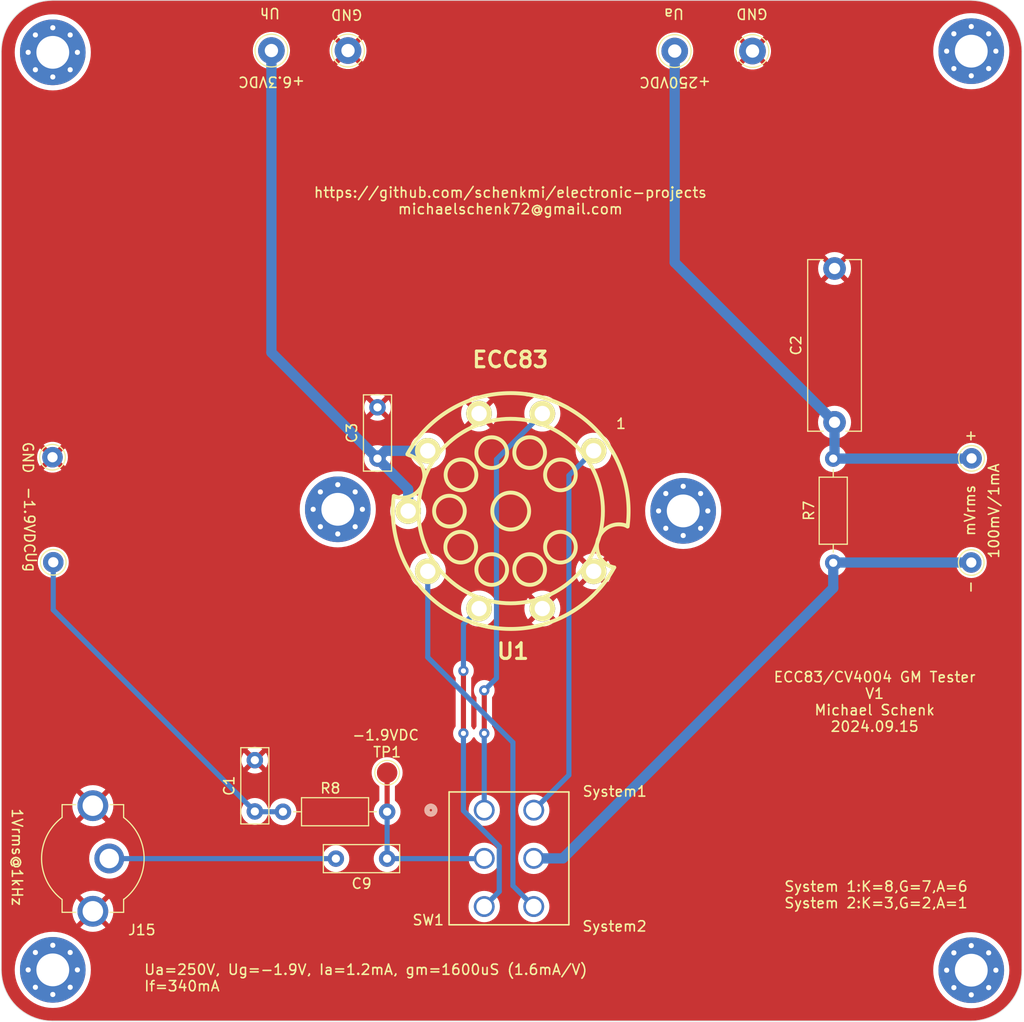
<source format=kicad_pcb>
(kicad_pcb (version 20240108) (generator "pcbnew") (generator_version "8.0")
  (layers (0 "F.Cu" signal) (31 "B.Cu" signal) (34 "B.Paste" user) (35 "F.Paste" user) (36 "B.SilkS" user "B.Silkscreen") (37 "F.SilkS" user "F.Silkscreen") (38 "B.Mask" user) (39 "F.Mask" user) (44 "Edge.Cuts" user))
  (net 0 "")
  (net 1 "VDDA")
  (net 2 "Net-(C9-Pad1)")
  (net 3 "FVCC")
  (net 4 "Net-(J15-In)")
  (net 5 "FGND")
  (net 6 "Net-(J18-Pin_1)")
  (net 7 "Net-(J17-Pin_1)")
  (net 8 "Net-(U1A-G)")
  (net 9 "Net-(U1B-A)")
  (net 10 "Net-(U1A-A)")
  (net 11 "Net-(U1B-G)")
  (footprint "MountingHole:MountingHole_3.2mm_M3_Pad_Via" (layer "F.Cu") (at 50.753944 52.832)
    (property "Reference" "H1" (hide yes))
    (property "Value" "MountingHole")
    (pad "1" thru_hole circle (at -2.4 0) (size 0.8 0.8) (drill 0.5) (layers "*.Cu" "*.Mask"))
    (pad "1" thru_hole circle (at -1.697056 -1.697056) (size 0.8 0.8) (drill 0.5) (layers "*.Cu" "*.Mask"))
    (pad "1" thru_hole circle (at -1.697056 1.697056) (size 0.8 0.8) (drill 0.5) (layers "*.Cu" "*.Mask"))
    (pad "1" thru_hole circle (at 0 -2.4) (size 0.8 0.8) (drill 0.5) (layers "*.Cu" "*.Mask"))
    (pad "1" thru_hole circle (at 0 0) (size 6.4 6.4) (drill 3.2) (layers "*.Cu" "*.Mask"))
    (pad "1" thru_hole circle (at 0 2.4) (size 0.8 0.8) (drill 0.5) (layers "*.Cu" "*.Mask"))
    (pad "1" thru_hole circle (at 1.697056 -1.697056) (size 0.8 0.8) (drill 0.5) (layers "*.Cu" "*.Mask"))
    (pad "1" thru_hole circle (at 1.697056 1.697056) (size 0.8 0.8) (drill 0.5) (layers "*.Cu" "*.Mask"))
    (pad "1" thru_hole circle (at 2.4 0) (size 0.8 0.8) (drill 0.5) (layers "*.Cu" "*.Mask"))
  )
  (footprint "MountingHole:MountingHole_3.2mm_M3_Pad_Via" (layer "F.Cu") (at 50.753944 142.320944)
    (property "Reference" "H2" (hide yes))
    (property "Value" "MountingHole")
    (pad "1" thru_hole circle (at -2.4 0) (size 0.8 0.8) (drill 0.5) (layers "*.Cu" "*.Mask"))
    (pad "1" thru_hole circle (at -1.697056 -1.697056) (size 0.8 0.8) (drill 0.5) (layers "*.Cu" "*.Mask"))
    (pad "1" thru_hole circle (at -1.697056 1.697056) (size 0.8 0.8) (drill 0.5) (layers "*.Cu" "*.Mask"))
    (pad "1" thru_hole circle (at 0 -2.4) (size 0.8 0.8) (drill 0.5) (layers "*.Cu" "*.Mask"))
    (pad "1" thru_hole circle (at 0 0) (size 6.4 6.4) (drill 3.2) (layers "*.Cu" "*.Mask"))
    (pad "1" thru_hole circle (at 0 2.4) (size 0.8 0.8) (drill 0.5) (layers "*.Cu" "*.Mask"))
    (pad "1" thru_hole circle (at 1.697056 -1.697056) (size 0.8 0.8) (drill 0.5) (layers "*.Cu" "*.Mask"))
    (pad "1" thru_hole circle (at 1.697056 1.697056) (size 0.8 0.8) (drill 0.5) (layers "*.Cu" "*.Mask"))
    (pad "1" thru_hole circle (at 2.4 0) (size 0.8 0.8) (drill 0.5) (layers "*.Cu" "*.Mask"))
  )
  (footprint "MountingHole:MountingHole_3.2mm_M3_Pad_Via" (layer "F.Cu") (at 140.335 142.354)
    (property "Reference" "H3" (hide yes))
    (property "Value" "MountingHole")
    (pad "1" thru_hole circle (at -2.4 0) (size 0.8 0.8) (drill 0.5) (layers "*.Cu" "*.Mask"))
    (pad "1" thru_hole circle (at -1.697056 -1.697056) (size 0.8 0.8) (drill 0.5) (layers "*.Cu" "*.Mask"))
    (pad "1" thru_hole circle (at -1.697056 1.697056) (size 0.8 0.8) (drill 0.5) (layers "*.Cu" "*.Mask"))
    (pad "1" thru_hole circle (at 0 -2.4) (size 0.8 0.8) (drill 0.5) (layers "*.Cu" "*.Mask"))
    (pad "1" thru_hole circle (at 0 0) (size 6.4 6.4) (drill 3.2) (layers "*.Cu" "*.Mask"))
    (pad "1" thru_hole circle (at 0 2.4) (size 0.8 0.8) (drill 0.5) (layers "*.Cu" "*.Mask"))
    (pad "1" thru_hole circle (at 1.697056 -1.697056) (size 0.8 0.8) (drill 0.5) (layers "*.Cu" "*.Mask"))
    (pad "1" thru_hole circle (at 1.697056 1.697056) (size 0.8 0.8) (drill 0.5) (layers "*.Cu" "*.Mask"))
    (pad "1" thru_hole circle (at 2.4 0) (size 0.8 0.8) (drill 0.5) (layers "*.Cu" "*.Mask"))
  )
  (footprint "MountingHole:MountingHole_3.2mm_M3_Pad_Via" (layer "F.Cu") (at 140.335 52.718)
    (property "Reference" "H4" (hide yes))
    (property "Value" "MountingHole")
    (pad "1" thru_hole circle (at -2.4 0) (size 0.8 0.8) (drill 0.5) (layers "*.Cu" "*.Mask"))
    (pad "1" thru_hole circle (at -1.697056 -1.697056) (size 0.8 0.8) (drill 0.5) (layers "*.Cu" "*.Mask"))
    (pad "1" thru_hole circle (at -1.697056 1.697056) (size 0.8 0.8) (drill 0.5) (layers "*.Cu" "*.Mask"))
    (pad "1" thru_hole circle (at 0 -2.4) (size 0.8 0.8) (drill 0.5) (layers "*.Cu" "*.Mask"))
    (pad "1" thru_hole circle (at 0 0) (size 6.4 6.4) (drill 3.2) (layers "*.Cu" "*.Mask"))
    (pad "1" thru_hole circle (at 0 2.4) (size 0.8 0.8) (drill 0.5) (layers "*.Cu" "*.Mask"))
    (pad "1" thru_hole circle (at 1.697056 -1.697056) (size 0.8 0.8) (drill 0.5) (layers "*.Cu" "*.Mask"))
    (pad "1" thru_hole circle (at 1.697056 1.697056) (size 0.8 0.8) (drill 0.5) (layers "*.Cu" "*.Mask"))
    (pad "1" thru_hole circle (at 2.4 0) (size 0.8 0.8) (drill 0.5) (layers "*.Cu" "*.Mask"))
  )
  (footprint "Connector_Pin:Pin_D1.3mm_L11.0mm" (layer "F.Cu") (at 111.412174 52.705)
    (property "Reference" "J5" (hide yes))
    (property "Value" "Conn_01x01")
    (fp_circle (center 0 0) (end 1.6 0.05) (stroke (width 0.12)) (fill none) (layer "F.SilkS"))
    (pad "1" thru_hole circle (at 0 0) (size 2.6 2.6) (drill 1.3) (layers "*.Cu" "*.Mask") (net 1 "VDDA"))
  )
  (footprint "Connector_Pin:Pin_D1.3mm_L11.0mm" (layer "F.Cu") (at 118.999 52.705)
    (property "Reference" "J6" (hide yes))
    (property "Value" "Conn_01x01")
    (fp_circle (center 0 0) (end 1.6 0.05) (stroke (width 0.12)) (fill none) (layer "F.SilkS"))
    (pad "1" thru_hole circle (at 0 0) (size 2.6 2.6) (drill 1.3) (layers "*.Cu" "*.Mask") (net 5 "FGND"))
  )
  (footprint "Connector_Pin:Pin_D1.3mm_L11.0mm" (layer "F.Cu") (at 72.076483 52.657064)
    (property "Reference" "J9" (hide yes))
    (property "Value" "Conn_01x01")
    (fp_circle (center 0 0) (end 1.6 0.05) (stroke (width 0.12)) (fill none) (layer "F.SilkS"))
    (pad "1" thru_hole circle (at 0 0) (size 2.6 2.6) (drill 1.3) (layers "*.Cu" "*.Mask") (net 3 "FVCC"))
  )
  (footprint "Connector_Pin:Pin_D1.3mm_L11.0mm" (layer "F.Cu") (at 79.547902 52.657064)
    (property "Reference" "J10" (hide yes))
    (property "Value" "Conn_01x01")
    (fp_circle (center 0 0) (end 1.6 0.05) (stroke (width 0.12)) (fill none) (layer "F.SilkS"))
    (pad "1" thru_hole circle (at 0 0) (size 2.6 2.6) (drill 1.3) (layers "*.Cu" "*.Mask") (net 5 "FGND"))
  )
  (footprint "Resistor_THT:R_Axial_DIN0207_L6.3mm_D2.5mm_P10.16mm_Horizontal" (layer "F.Cu") (at 83.3628 126.8984 180)
    (property "Reference" "R8" (at 5.5372 2.286 0) (layer "F.SilkS"))
    (property "Value" "200k/0.6W")
    (fp_line (start 9.12 0) (end 8.35 0) (stroke (width 0.12)) (layer "F.SilkS"))
    (fp_line (start 8.35 1.37) (end 8.35 -1.37) (stroke (width 0.12)) (layer "F.SilkS"))
    (fp_line (start 8.35 -1.37) (end 1.81 -1.37) (stroke (width 0.12)) (layer "F.SilkS"))
    (fp_line (start 1.81 1.37) (end 8.35 1.37) (stroke (width 0.12)) (layer "F.SilkS"))
    (fp_line (start 1.81 -1.37) (end 1.81 1.37) (stroke (width 0.12)) (layer "F.SilkS"))
    (fp_line (start 1.04 0) (end 1.81 0) (stroke (width 0.12)) (layer "F.SilkS"))
    (pad "1" thru_hole circle (at 0 0 180) (size 1.6 1.6) (drill 0.8) (layers "*.Cu" "*.Mask") (net 2 "Net-(C9-Pad1)"))
    (pad "2" thru_hole oval (at 10.16 0 180) (size 1.6 1.6) (drill 0.8) (layers "*.Cu" "*.Mask") (net 6 "Net-(J18-Pin_1)"))
  )
  (footprint "Resistor_THT:R_Axial_DIN0207_L6.3mm_D2.5mm_P10.16mm_Horizontal" (layer "F.Cu") (at 126.873 102.616 90)
    (property "Reference" "R7" (at 5.08 -2.37 90) (layer "F.SilkS"))
    (property "Value" "100R/0.6W/0.1%")
    (fp_line (start 8.35 -1.37) (end 1.81 -1.37) (stroke (width 0.12)) (layer "F.SilkS"))
    (fp_line (start 1.81 -1.37) (end 1.81 1.37) (stroke (width 0.12)) (layer "F.SilkS"))
    (fp_line (start 9.12 0) (end 8.35 0) (stroke (width 0.12)) (layer "F.SilkS"))
    (fp_line (start 1.04 0) (end 1.81 0) (stroke (width 0.12)) (layer "F.SilkS"))
    (fp_line (start 8.35 1.37) (end 8.35 -1.37) (stroke (width 0.12)) (layer "F.SilkS"))
    (fp_line (start 1.81 1.37) (end 8.35 1.37) (stroke (width 0.12)) (layer "F.SilkS"))
    (pad "1" thru_hole circle (at 0 0 90) (size 1.6 1.6) (drill 0.8) (layers "*.Cu" "*.Mask") (net 7 "Net-(J17-Pin_1)"))
    (pad "2" thru_hole oval (at 10.16 0 90) (size 1.6 1.6) (drill 0.8) (layers "*.Cu" "*.Mask") (net 1 "VDDA"))
  )
  (footprint "Connector_Pin:Pin_D1.0mm_L10.0mm" (layer "F.Cu") (at 140.364853 92.4306)
    (property "Reference" "J16" (hide yes))
    (property "Value" "Conn_01x01")
    (fp_circle (center 0 0) (end 1.25 0.05) (stroke (width 0.12)) (fill none) (layer "F.SilkS"))
    (pad "1" thru_hole circle (at 0 0) (size 2 2) (drill 1) (layers "*.Cu" "*.Mask") (net 1 "VDDA"))
  )
  (footprint "kicad-snk:RCA-Phono_CUI-Devices_RCJ-02X_Vertical" (layer "F.Cu") (at 54.6608 131.457126 -90)
    (property "Reference" "J15" (at 6.972874 -4.7752 180) (layer "F.SilkS"))
    (property "Value" "1Vrms@1kHz")
    (fp_line (start -5.25 3) (end -4.02 3) (stroke (width 0.12)) (layer "F.SilkS"))
    (fp_line (start -5.25 3) (end -5.25 1.66) (stroke (width 0.12)) (layer "F.SilkS"))
    (fp_line (start 5.25 3) (end 3.99 3) (stroke (width 0.12)) (layer "F.SilkS"))
    (fp_line (start 5.25 3) (end 5.25 1.66) (stroke (width 0.12)) (layer "F.SilkS"))
    (fp_line (start -5.25 -3) (end -5.25 -1.68) (stroke (width 0.12)) (layer "F.SilkS"))
    (fp_line (start -5.25 -3) (end -4.03 -3) (stroke (width 0.12)) (layer "F.SilkS"))
    (fp_line (start 5.25 -3) (end 5.25 -1.66) (stroke (width 0.12)) (layer "F.SilkS"))
    (fp_line (start 5.25 -3) (end 3.97 -3) (stroke (width 0.12)) (layer "F.SilkS"))
    (fp_arc (start 3.96312 3.048554) (mid -0.030486 4.999907) (end -4 3) (stroke (width 0.12)) (layer "F.SilkS"))
    (fp_arc (start -4 -2.999999) (mid -0.000001 -4.999999) (end 3.999999 -3) (stroke (width 0.12)) (layer "F.SilkS"))
    (pad "1" thru_hole circle (at 0 -1.6 270) (size 2.9 2.9) (drill 1.9) (layers "*.Cu" "*.Mask") (net 4 "Net-(J15-In)"))
    (pad "2" thru_hole circle (at -5.15 0 270) (size 3 3) (drill 2) (layers "*.Cu" "*.Mask") (net 5 "FGND"))
    (pad "2" thru_hole circle (at 5.15 0 270) (size 3 3) (drill 2) (layers "*.Cu" "*.Mask") (net 5 "FGND"))
  )
  (footprint "MountingHole:MountingHole_3.2mm_M3_Pad_Via" (layer "F.Cu") (at 78.549573 97.401311)
    (property "Reference" "H5" (hide yes))
    (property "Value" "MountingHole")
    (pad "1" thru_hole circle (at -2.4 0) (size 0.8 0.8) (drill 0.5) (layers "*.Cu" "*.Mask"))
    (pad "1" thru_hole circle (at -1.697056 -1.697056) (size 0.8 0.8) (drill 0.5) (layers "*.Cu" "*.Mask"))
    (pad "1" thru_hole circle (at -1.697056 1.697056) (size 0.8 0.8) (drill 0.5) (layers "*.Cu" "*.Mask"))
    (pad "1" thru_hole circle (at 0 -2.4) (size 0.8 0.8) (drill 0.5) (layers "*.Cu" "*.Mask"))
    (pad "1" thru_hole circle (at 0 0) (size 6.4 6.4) (drill 3.2) (layers "*.Cu" "*.Mask"))
    (pad "1" thru_hole circle (at 0 2.4) (size 0.8 0.8) (drill 0.5) (layers "*.Cu" "*.Mask"))
    (pad "1" thru_hole circle (at 1.697056 -1.697056) (size 0.8 0.8) (drill 0.5) (layers "*.Cu" "*.Mask"))
    (pad "1" thru_hole circle (at 1.697056 1.697056) (size 0.8 0.8) (drill 0.5) (layers "*.Cu" "*.Mask"))
    (pad "1" thru_hole circle (at 2.4 0) (size 0.8 0.8) (drill 0.5) (layers "*.Cu" "*.Mask"))
  )
  (footprint "Capacitor_THT:C_Rect_L7.2mm_W2.5mm_P5.00mm_FKS2_FKP2_MKS2_MKP2" (layer "F.Cu") (at 83.3628 131.4704 180)
    (property "Reference" "C9" (at 2.4892 -2.4384 0) (layer "F.SilkS"))
    (property "Value" "100nF")
    (fp_line (start 6.22 -1.37) (end 6.22 1.37) (stroke (width 0.12)) (layer "F.SilkS"))
    (fp_line (start -1.22 1.37) (end 6.22 1.37) (stroke (width 0.12)) (layer "F.SilkS"))
    (fp_line (start -1.22 -1.37) (end 6.22 -1.37) (stroke (width 0.12)) (layer "F.SilkS"))
    (fp_line (start -1.22 -1.37) (end -1.22 1.37) (stroke (width 0.12)) (layer "F.SilkS"))
    (pad "1" thru_hole circle (at 0 0 180) (size 1.6 1.6) (drill 0.8) (layers "*.Cu" "*.Mask") (net 2 "Net-(C9-Pad1)"))
    (pad "2" thru_hole circle (at 5 0 180) (size 1.6 1.6) (drill 0.8) (layers "*.Cu" "*.Mask") (net 4 "Net-(J15-In)"))
  )
  (footprint "TestPoint:TestPoint_Pad_D2.0mm" (layer "F.Cu") (at 83.3628 123.0884)
    (property "Reference" "TP1" (at 0 -1.998 0) (layer "F.SilkS"))
    (property "Value" "TestPoint")
    (fp_circle (center 0 0) (end 0 1.2) (stroke (width 0.12)) (fill none) (layer "F.SilkS"))
    (pad "1" smd circle (at 0 0) (size 2 2) (layers "F.Cu" "F.Mask") (net 2 "Net-(C9-Pad1)"))
  )
  (footprint "Connector_Pin:Pin_D1.0mm_L10.0mm" (layer "F.Cu") (at 50.8 102.5652)
    (property "Reference" "J18" (hide yes))
    (property "Value" "~")
    (fp_circle (center 0 0) (end 1.25 0.05) (stroke (width 0.12)) (fill none) (layer "F.SilkS"))
    (pad "1" thru_hole circle (at 0 0) (size 2 2) (drill 1) (layers "*.Cu" "*.Mask") (net 6 "Net-(J18-Pin_1)"))
  )
  (footprint "Capacitor_THT:C_Rect_L7.2mm_W2.5mm_P5.00mm_FKS2_FKP2_MKS2_MKP2" (layer "F.Cu") (at 70.4596 126.8692 90)
    (property "Reference" "C1" (at 2.5 -2.5 90) (layer "F.SilkS"))
    (property "Value" "100nF")
    (fp_line (start 6.22 -1.37) (end 6.22 1.37) (stroke (width 0.12)) (layer "F.SilkS"))
    (fp_line (start -1.22 -1.37) (end 6.22 -1.37) (stroke (width 0.12)) (layer "F.SilkS"))
    (fp_line (start -1.22 -1.37) (end -1.22 1.37) (stroke (width 0.12)) (layer "F.SilkS"))
    (fp_line (start -1.22 1.37) (end 6.22 1.37) (stroke (width 0.12)) (layer "F.SilkS"))
    (pad "1" thru_hole circle (at 0 0 90) (size 1.6 1.6) (drill 0.8) (layers "*.Cu" "*.Mask") (net 6 "Net-(J18-Pin_1)"))
    (pad "2" thru_hole circle (at 5 0 90) (size 1.6 1.6) (drill 0.8) (layers "*.Cu" "*.Mask") (net 5 "FGND"))
  )
  (footprint "Connector_Pin:Pin_D1.0mm_L10.0mm" (layer "F.Cu") (at 50.725632 92.32051)
    (property "Reference" "J19" (hide yes))
    (property "Value" "~")
    (fp_circle (center 0 0) (end 1.25 0.05) (stroke (width 0.12)) (fill none) (layer "F.SilkS"))
    (pad "1" thru_hole circle (at 0 0) (size 2 2) (drill 1) (layers "*.Cu" "*.Mask") (net 5 "FGND"))
  )
  (footprint "Connector_Pin:Pin_D1.0mm_L10.0mm" (layer "F.Cu") (at 140.335 102.5906)
    (property "Reference" "J17" (hide yes))
    (property "Value" "Conn_01x01")
    (fp_circle (center 0 0) (end 1.25 0.05) (stroke (width 0.12)) (fill none) (layer "F.SilkS"))
    (pad "1" thru_hole circle (at 0 0) (size 2 2) (drill 1) (layers "*.Cu" "*.Mask") (net 7 "Net-(J17-Pin_1)"))
  )
  (footprint "kicad-snk:TubeNoval-ECC88" (layer "F.Cu") (at 95.4151 97.57156 90)
    (property "Reference" "U1" (at -13.68044 0.2159 180) (layer "F.SilkS") (effects (font (size 1.524 1.524) (thickness 0.3048))))
    (property "Value" "ECC83" (at 14.76756 -0.0381 180) (layer "F.SilkS") (effects (font (size 1.524 1.524) (thickness 0.3048))))
    (fp_line (start 1.47574 -11.39952) (end 1.39954 -11.19886) (stroke (width 0.37846)) (layer "F.SilkS"))
    (fp_line (start 5.5245 -10.07618) (end 5.45084 -9.90092) (stroke (width 0.37846)) (layer "F.SilkS"))
    (fp_line (start -5.4991 10.09904) (end -5.42544 9.79932) (stroke (width 0.37846)) (layer "F.SilkS"))
    (fp_line (start -1.50114 11.39952) (end -1.39954 11.19886) (stroke (width 0.37846)) (layer "F.SilkS"))
    (fp_arc (start 5.5499 -10.07618) (mid 11.049307 -3.200563) (end 10.07618 5.5499) (stroke (width 0.37846)) (layer "F.SilkS"))
    (fp_arc (start 5.45084 -9.90092) (mid 4.39738 -8.658122) (end 2.77368 -8.52424) (stroke (width 0.37846)) (layer "F.SilkS"))
    (fp_arc (start 2.79908 -8.52424) (mid 1.548843 -9.55974) (end 1.397 -11.176) (stroke (width 0.37846)) (layer "F.SilkS"))
    (fp_arc (start -11.39952 -1.47574) (mid -7.017172 -9.104184) (end 1.47574 -11.39952) (stroke (width 0.37846)) (layer "F.SilkS"))
    (fp_arc (start 11.39952 1.50114) (mid 6.999212 9.122144) (end -1.50114 11.39952) (stroke (width 0.37846)) (layer "F.SilkS"))
    (fp_arc (start -2.77622 8.52424) (mid -1.532678 9.575904) (end -1.397 11.19886) (stroke (width 0.37846)) (layer "F.SilkS"))
    (fp_arc (start -5.45084 9.87552) (mid -4.379419 8.640161) (end -2.74828 8.52424) (stroke (width 0.37846)) (layer "F.SilkS"))
    (fp_arc (start -5.4991 10.09904) (mid -11.029551 3.252649) (end -10.09904 -5.4991) (stroke (width 0.37846)) (layer "F.SilkS"))
    (fp_circle (center -0.00254 -5.97408) (end 1.49606 -5.97408) (stroke (width 0.37846)) (fill none) (layer "F.SilkS"))
    (fp_circle (center -3.52298 -4.87426) (end -2.02438 -4.87426) (stroke (width 0.37846)) (fill none) (layer "F.SilkS"))
    (fp_circle (center 3.52806 -4.84886) (end 5.02666 -4.84886) (stroke (width 0.37846)) (fill none) (layer "F.SilkS"))
    (fp_circle (center -5.69976 -1.85166) (end -4.20116 -1.85166) (stroke (width 0.37846)) (fill none) (layer "F.SilkS"))
    (fp_circle (center 5.69976 -1.84912) (end 7.19836 -1.84912) (stroke (width 0.37846)) (fill none) (layer "F.SilkS"))
    (fp_circle (center 0 0) (end 8.99668 0) (stroke (width 0.37846)) (fill none) (layer "F.SilkS"))
    (fp_circle (center 0 0) (end 1.80086 0) (stroke (width 0.37846)) (fill none) (layer "F.SilkS"))
    (fp_circle (center 5.7023 1.84912) (end 7.2009 1.84912) (stroke (width 0.37846)) (fill none) (layer "F.SilkS"))
    (fp_circle (center -5.69976 1.84912) (end -4.20116 1.84912) (stroke (width 0.37846)) (fill none) (layer "F.SilkS"))
    (fp_circle (center 3.52552 4.8514) (end 5.02412 4.8514) (stroke (width 0.37846)) (fill none) (layer "F.SilkS"))
    (fp_circle (center -3.52298 4.8514) (end -2.02438 4.8514) (stroke (width 0.37846)) (fill none) (layer "F.SilkS"))
    (pad "1" thru_hole circle (at 5.87756 8.0899 90) (size 2.49936 2.49936) (drill 1.4986) (layers "*.Cu" "*.Mask" "F.SilkS") (net 9 "Net-(U1B-A)"))
    (pad "2" thru_hole circle (at 9.50976 3.0861 90) (size 2.49936 2.49936) (drill 1.4986) (layers "*.Cu" "*.Mask" "F.SilkS") (net 11 "Net-(U1B-G)"))
    (pad "3" thru_hole circle (at 9.50976 -3.0861 90) (size 2.49936 2.49936) (drill 1.4986) (layers "*.Cu" "*.Mask" "F.SilkS") (net 5 "FGND"))
    (pad "4" thru_hole circle (at 5.87756 -8.0899 90) (size 2.49936 2.49936) (drill 1.4986) (layers "*.Cu" "*.Mask" "F.SilkS") (net 3 "FVCC"))
    (pad "5" thru_hole circle (at 0 -9.99998 90) (size 2.49936 2.49936) (drill 1.4986) (layers "*.Cu" "*.Mask" "F.SilkS") (net 3 "FVCC"))
    (pad "6" thru_hole circle (at -5.87756 -8.0899 90) (size 2.49936 2.49936) (drill 1.4986) (layers "*.Cu" "*.Mask" "F.SilkS") (net 10 "Net-(U1A-A)"))
    (pad "7" thru_hole circle (at -9.50976 -3.0861 90) (size 2.49936 2.49936) (drill 1.4986) (layers "*.Cu" "*.Mask" "F.SilkS") (net 8 "Net-(U1A-G)"))
    (pad "8" thru_hole circle (at -9.50976 3.0861 90) (size 2.49936 2.49936) (drill 1.4986) (layers "*.Cu" "*.Mask" "F.SilkS") (net 5 "FGND"))
    (pad "9" thru_hole circle (at -5.87756 8.0899 90) (size 2.49936 2.49936) (drill 1.4986) (layers "*.Cu" "*.Mask" "F.SilkS") (net 5 "FGND"))
  )
  (footprint "MountingHole:MountingHole_3.2mm_M3_Pad_Via" (layer "F.Cu") (at 112.238939 97.55747)
    (property "Reference" "H6" (hide yes))
    (property "Value" "MountingHole")
    (pad "1" thru_hole circle (at -2.4 0) (size 0.8 0.8) (drill 0.5) (layers "*.Cu" "*.Mask"))
    (pad "1" thru_hole circle (at -1.697056 -1.697056) (size 0.8 0.8) (drill 0.5) (layers "*.Cu" "*.Mask"))
    (pad "1" thru_hole circle (at -1.697056 1.697056) (size 0.8 0.8) (drill 0.5) (layers "*.Cu" "*.Mask"))
    (pad "1" thru_hole circle (at 0 -2.4) (size 0.8 0.8) (drill 0.5) (layers "*.Cu" "*.Mask"))
    (pad "1" thru_hole circle (at 0 0) (size 6.4 6.4) (drill 3.2) (layers "*.Cu" "*.Mask"))
    (pad "1" thru_hole circle (at 0 2.4) (size 0.8 0.8) (drill 0.5) (layers "*.Cu" "*.Mask"))
    (pad "1" thru_hole circle (at 1.697056 -1.697056) (size 0.8 0.8) (drill 0.5) (layers "*.Cu" "*.Mask"))
    (pad "1" thru_hole circle (at 1.697056 1.697056) (size 0.8 0.8) (drill 0.5) (layers "*.Cu" "*.Mask"))
    (pad "1" thru_hole circle (at 2.4 0) (size 0.8 0.8) (drill 0.5) (layers "*.Cu" "*.Mask"))
  )
  (footprint "Capacitor_THT:C_Rect_L16.5mm_W5.0mm_P15.00mm_MKT" (layer "F.Cu") (at 127 88.914 90)
    (property "Reference" "C2" (at 7.5 -3.75 90) (layer "F.SilkS"))
    (property "Value" "100nF")
    (fp_line (start 15.87 -2.62) (end 15.87 -1.104) (stroke (width 0.12)) (layer "F.SilkS"))
    (fp_line (start -0.87 -2.62) (end 15.87 -2.62) (stroke (width 0.12)) (layer "F.SilkS"))
    (fp_line (start -0.87 -2.62) (end -0.87 -1.104) (stroke (width 0.12)) (layer "F.SilkS"))
    (fp_line (start 15.87 1.104) (end 15.87 2.62) (stroke (width 0.12)) (layer "F.SilkS"))
    (fp_line (start -0.87 1.104) (end -0.87 2.62) (stroke (width 0.12)) (layer "F.SilkS"))
    (fp_line (start -0.87 2.62) (end 15.87 2.62) (stroke (width 0.12)) (layer "F.SilkS"))
    (pad "1" thru_hole circle (at 0 0 90) (size 2.2 2.2) (drill 1.1) (layers "*.Cu" "*.Mask") (net 1 "VDDA"))
    (pad "2" thru_hole circle (at 15 0 90) (size 2.2 2.2) (drill 1.1) (layers "*.Cu" "*.Mask") (net 5 "FGND"))
  )
  (footprint "Capacitor_THT:C_Rect_L7.2mm_W2.5mm_P5.00mm_FKS2_FKP2_MKS2_MKP2" (layer "F.Cu") (at 82.423 92.456 90)
    (property "Reference" "C3" (at 2.5 -2.5 90) (layer "F.SilkS"))
    (property "Value" "100nF")
    (fp_line (start 6.22 -1.37) (end 6.22 1.37) (stroke (width 0.12)) (layer "F.SilkS"))
    (fp_line (start -1.22 -1.37) (end 6.22 -1.37) (stroke (width 0.12)) (layer "F.SilkS"))
    (fp_line (start -1.22 -1.37) (end -1.22 1.37) (stroke (width 0.12)) (layer "F.SilkS"))
    (fp_line (start -1.22 1.37) (end 6.22 1.37) (stroke (width 0.12)) (layer "F.SilkS"))
    (pad "1" thru_hole circle (at 0 0 90) (size 1.6 1.6) (drill 0.8) (layers "*.Cu" "*.Mask") (net 3 "FVCC"))
    (pad "2" thru_hole circle (at 5 0 90) (size 1.6 1.6) (drill 0.8) (layers "*.Cu" "*.Mask") (net 5 "FGND"))
  )
  (footprint "kicad-snk:SW6_ANT21SECQE_CRS" (layer "F.Cu") (at 92.832998 126.744999)
    (property "Reference" "SW1" (at -5.456998 10.719801 0) (layer "F.SilkS"))
    (property "Value" "DPDT_SW_ANT21SECQE")
    (fp_circle (center -5.205 0) (end -4.824 0) (stroke (width 0.508)) (fill none) (layer "B.SilkS"))
    (fp_line (start -3.427 -1.776999) (end -3.427 11.177001) (stroke (width 0.1524)) (layer "F.SilkS"))
    (fp_line (start -3.427 11.177001) (end 8.257 11.177001) (stroke (width 0.1524)) (layer "F.SilkS"))
    (fp_line (start 8.257 -1.776999) (end -3.427 -1.776999) (stroke (width 0.1524)) (layer "F.SilkS"))
    (fp_line (start 8.257 11.177001) (end 8.257 -1.776999) (stroke (width 0.1524)) (layer "F.SilkS"))
    (fp_circle (center -5.205 0) (end -4.824 0) (stroke (width 0.508)) (fill none) (layer "F.SilkS"))
    (pad "1" thru_hole circle (at 0 0) (size 2.032 2.032) (drill 1.524) (layers "*.Cu" "*.Mask") (net 11 "Net-(U1B-G)"))
    (pad "2" thru_hole circle (at 0 4.700001) (size 2.032 2.032) (drill 1.524) (layers "*.Cu" "*.Mask") (net 2 "Net-(C9-Pad1)"))
    (pad "3" thru_hole circle (at 0 9.400001) (size 2.032 2.032) (drill 1.524) (layers "*.Cu" "*.Mask") (net 8 "Net-(U1A-G)"))
    (pad "4" thru_hole circle (at 4.830002 0) (size 2.032 2.032) (drill 1.524) (layers "*.Cu" "*.Mask") (net 9 "Net-(U1B-A)"))
    (pad "5" thru_hole circle (at 4.830002 4.700001) (size 2.032 2.032) (drill 1.524) (layers "*.Cu" "*.Mask") (net 7 "Net-(J17-Pin_1)"))
    (pad "6" thru_hole circle (at 4.830002 9.400001) (size 2.032 2.032) (drill 1.524) (layers "*.Cu" "*.Mask") (net 10 "Net-(U1A-A)"))
  )
  (gr_line (start 140.288 147.32) (end 50.72 147.32) (stroke (width 0.05)) (layer "Edge.Cuts"))
  (gr_line (start 45.72 142.32) (end 45.72 52.752) (stroke (width 0.05)) (layer "Edge.Cuts"))
  (gr_arc (start 145.288 142.32) (mid 143.823534 145.855534) (end 140.288 147.32) (stroke (width 0.05)) (layer "Edge.Cuts"))
  (gr_arc (start 50.72 147.32) (mid 47.184466 145.855534) (end 45.72 142.32) (stroke (width 0.05)) (layer "Edge.Cuts"))
  (gr_line (start 50.72 47.752) (end 140.288 47.752) (stroke (width 0.05)) (layer "Edge.Cuts"))
  (gr_arc (start 45.72 52.752) (mid 47.184466 49.216466) (end 50.72 47.752) (stroke (width 0.05)) (layer "Edge.Cuts"))
  (gr_arc (start 140.288 47.752) (mid 143.823534 49.216466) (end 145.288 52.752) (stroke (width 0.05)) (layer "Edge.Cuts"))
  (gr_line (start 145.288 52.752) (end 145.288 142.32) (stroke (width 0.05)) (layer "Edge.Cuts"))
  (gr_text "GND" (at 48.324558 92.3544 270) (layer "F.SilkS") (effects (font (size 1 1))))
  (gr_text "+6.3VDC" (at 72.093215 55.704078 180) (layer "F.SilkS") (effects (font (size 1 1))))
  (gr_text "GND" (at 118.947135 49.0728 180) (layer "F.SilkS") (effects (font (size 1 1))))
  (gr_text "GND" (at 79.420902 49.151864 180) (layer "F.SilkS") (effects (font (size 1 1))))
  (gr_text "-" (at 140.8176 104.267 90) (layer "F.SilkS") (effects (font (size 1 1)) (justify left bottom mirror)))
  (gr_text "-1.9VDC" (at 47.879 95.123 270) (layer "F.SilkS") (effects (font (size 1 1)) (justify left bottom)))
  (gr_text "Uh" (at 71.927902 49.00973 180) (layer "F.SilkS") (effects (font (size 1 1))))
  (gr_text "+" (at 141.0208 90.7542 0) (layer "F.SilkS") (effects (font (size 1 1)) (justify left bottom mirror)))
  (gr_text "Ua" (at 111.327135 49.0728 180) (layer "F.SilkS") (effects (font (size 1 1))))
  (gr_text "-1.9VDC" (at 79.883 120.015 0) (layer "F.SilkS") (effects (font (size 1 1)) (justify left bottom)))
  (gr_text "ECC83/CV4004 GM Tester\nV1\nMichael Schenk\n2024.09.15" (at 130.9116 116.1796 0) (layer "F.SilkS") (effects (font (size 1 1))))
  (gr_text "Ua=250V, Ug=-1.9V, Ia=1.2mA, gm=1600uS (1.6mA/V)\nIf=340mA" (at 59.5884 143.1036 0) (layer "F.SilkS") (effects (font (size 1 1)) (justify left)))
  (gr_text "mVrms" (at 140.208 97.5106 90) (layer "F.SilkS") (effects (font (size 1 1))))
  (gr_text "Ug" (at 48.612937 102.5512 270) (layer "F.SilkS") (effects (font (size 1 1))))
  (gr_text "https://github.com/schenkmi/electronic-projects\nmichaelschenk72@gmail.com" (at 95.377 67.31 0) (layer "F.SilkS") (effects (font (size 1 1))))
  (gr_text "+250VDC" (at 111.446877 55.743231 180) (layer "F.SilkS") (effects (font (size 1 1))))
  (gr_text "1" (at 106.172 89.0524 0) (layer "F.SilkS") (effects (font (size 1 1))))
  (gr_text "100mV/1mA" (at 142.5448 97.5614 90) (layer "F.SilkS") (effects (font (size 1 1))))
  (gr_text "System1" (at 105.5624 124.9172 0) (layer "F.SilkS") (effects (font (size 1 1))))
  (gr_text "System 1:K=8,G=7,A=6\nSystem 2:K=3,G=2,A=1" (at 122.018124 134.998943 0) (layer "F.SilkS") (effects (font (size 1 1)) (justify left)))
  (gr_text "System2" (at 105.543511 138.07317 0) (layer "F.SilkS") (effects (font (size 1 1))))
  (gr_text "1Vrms@1kHz" (at 46.6852 126.492 270) (layer "F.SilkS") (effects (font (size 1 1)) (justify left bottom)))
  (segment (start 111.412174 52.705) (end 111.412174 73.326174) (width 1) (layer "B.Cu") (net 1))
  (segment (start 127 88.914) (end 127 92.329) (width 1) (layer "B.Cu") (net 1))
  (segment (start 140.339453 92.456) (end 140.364853 92.4306) (width 1) (layer "B.Cu") (net 1))
  (segment (start 126.873 92.456) (end 140.339453 92.456) (width 1) (layer "B.Cu") (net 1))
  (segment (start 111.412174 73.326174) (end 127 88.914) (width 1) (layer "B.Cu") (net 1))
  (segment (start 127 92.329) (end 126.873 92.456) (width 1) (layer "B.Cu") (net 1))
  (segment (start 83.3628 126.8984) (end 83.3628 123.0884) (width 0.5) (layer "F.Cu") (net 2))
  (segment (start 83.3628 131.4704) (end 92.807598 131.4704) (width 0.5) (layer "B.Cu") (net 2))
  (segment (start 83.3628 131.4704) (end 83.3628 126.8984) (width 0.5) (layer "B.Cu") (net 2))
  (segment (start 92.807598 131.4704) (end 92.832998 131.445) (width 0.5) (layer "B.Cu") (net 2))
  (segment (start 82.423 92.456) (end 72.076483 82.109483) (width 1) (layer "B.Cu") (net 3))
  (segment (start 85.41512 97.57156) (end 85.41512 95.44812) (width 1) (layer "B.Cu") (net 3))
  (segment (start 85.41512 95.44812) (end 82.423 92.456) (width 1) (layer "B.Cu") (net 3))
  (segment (start 87.3252 91.694) (end 83.185 91.694) (width 1) (layer "B.Cu") (net 3))
  (segment (start 83.185 91.694) (end 82.423 92.456) (width 1) (layer "B.Cu") (net 3))
  (segment (start 72.076483 82.109483) (end 72.076483 52.657064) (width 1) (layer "B.Cu") (net 3))
  (segment (start 78.3628 131.4704) (end 56.274074 131.4704) (width 0.5) (layer "B.Cu") (net 4))
  (segment (start 56.274074 131.4704) (end 56.2608 131.457126) (width 0.5) (layer "B.Cu") (net 4))
  (segment (start 70.4888 126.8984) (end 70.4596 126.8692) (width 0.5) (layer "B.Cu") (net 6))
  (segment (start 73.2028 126.8984) (end 70.4888 126.8984) (width 0.5) (layer "B.Cu") (net 6))
  (segment (start 70.4596 126.8692) (end 50.8 107.2096) (width 0.5) (layer "B.Cu") (net 6))
  (segment (start 50.8 107.2096) (end 50.8 102.5652) (width 0.5) (layer "B.Cu") (net 6))
  (segment (start 126.873 105.075056) (end 126.873 102.616) (width 1) (layer "B.Cu") (net 7))
  (segment (start 140.335 102.5906) (end 126.8984 102.5906) (width 1) (layer "B.Cu") (net 7))
  (segment (start 100.503056 131.445) (end 126.873 105.075056) (width 1) (layer "B.Cu") (net 7))
  (segment (start 126.8984 102.5906) (end 126.873 102.616) (width 1) (layer "B.Cu") (net 7))
  (segment (start 97.663 131.445) (end 100.503056 131.445) (width 1) (layer "B.Cu") (net 7))
  (segment (start 90.805 119.253) (end 90.805 113.157) (width 0.5) (layer "F.Cu") (net 8))
  (via (at 90.805 113.157) (size 1) (drill 0.5) (layers "F.Cu" "B.Cu") (net 8))
  (via (at 90.805 119.253) (size 1) (drill 0.5) (layers "F.Cu" "B.Cu") (net 8))
  (segment (start 94.298998 134.679) (end 94.298998 130.284237) (width 0.5) (layer "B.Cu") (net 8))
  (segment (start 94.298998 130.284237) (end 90.805 126.790239) (width 0.5) (layer "B.Cu") (net 8))
  (segment (start 90.805 126.790239) (end 90.805 119.253) (width 0.5) (layer "B.Cu") (net 8))
  (segment (start 92.832998 136.145) (end 94.298998 134.679) (width 0.5) (layer "B.Cu") (net 8))
  (segment (start 90.805 108.60532) (end 92.329 107.08132) (width 0.5) (layer "B.Cu") (net 8))
  (segment (start 90.805 113.157) (end 90.805 108.60532) (width 0.5) (layer "B.Cu") (net 8))
  (segment (start 97.663 126.744999) (end 101.092 123.315999) (width 0.5) (layer "B.Cu") (net 9))
  (segment (start 101.092 94.107) (end 103.505 91.694) (width 0.5) (layer "B.Cu") (net 9))
  (segment (start 101.092 123.315999) (end 101.092 94.107) (width 0.5) (layer "B.Cu") (net 9))
  (segment (start 87.3252 111.8362) (end 95.631 120.142) (width 0.5) (layer "B.Cu") (net 10))
  (segment (start 95.631 134.113) (end 95.631 120.142) (width 0.5) (layer "B.Cu") (net 10))
  (segment (start 87.3252 103.44912) (end 87.3252 111.8362) (width 0.5) (layer "B.Cu") (net 10))
  (segment (start 97.663 136.145) (end 95.631 134.113) (width 0.5) (layer "B.Cu") (net 10))
  (segment (start 92.837 119.253) (end 92.837 115.062) (width 0.5) (layer "F.Cu") (net 11))
  (via (at 92.837 119.253) (size 1) (drill 0.5) (layers "F.Cu" "B.Cu") (net 11))
  (via (at 92.837 115.062) (size 1) (drill 0.5) (layers "F.Cu" "B.Cu") (net 11))
  (segment (start 92.832998 126.744999) (end 92.832998 119.257002) (width 0.5) (layer "B.Cu") (net 11))
  (segment (start 92.832998 119.257002) (end 92.837 119.253) (width 0.5) (layer "B.Cu") (net 11))
  (segment (start 94.02868 92.53432) (end 98.5012 88.0618) (width 0.5) (layer "B.Cu") (net 11))
  (segment (start 94.02868 113.87032) (end 94.02868 92.53432) (width 0.5) (layer "B.Cu") (net 11))
  (segment (start 92.837 115.062) (end 94.02868 113.87032) (width 0.5) (layer "B.Cu") (net 11))
  (zone (net 5) (net_name "FGND") (layer "F.Cu") (connect_pads (clearance 0.508)) (min_thickness 0.25) (fill yes (thermal_gap 0.5) (thermal_bridge_width 0.5))
    (polygon (pts (xy 45.72 147.32) (xy 45.72 47.752) (xy 145.288 47.752) (xy 145.288 147.32)))
  )
)
</source>
